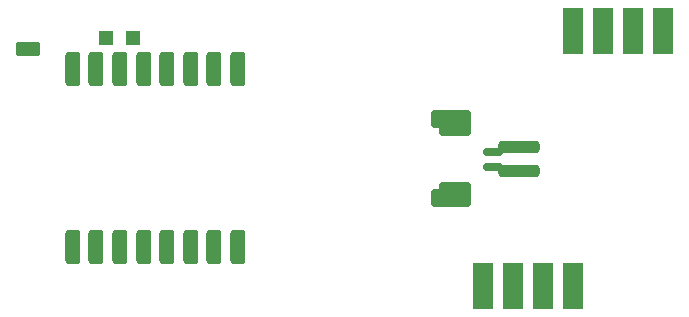
<source format=gbr>
%TF.GenerationSoftware,KiCad,Pcbnew,8.0.5*%
%TF.CreationDate,2024-11-27T13:11:34-06:00*%
%TF.ProjectId,Mini-Lora,4d696e69-2d4c-46f7-9261-2e6b69636164,rev?*%
%TF.SameCoordinates,Original*%
%TF.FileFunction,Paste,Bot*%
%TF.FilePolarity,Positive*%
%FSLAX46Y46*%
G04 Gerber Fmt 4.6, Leading zero omitted, Abs format (unit mm)*
G04 Created by KiCad (PCBNEW 8.0.5) date 2024-11-27 13:11:34*
%MOMM*%
%LPD*%
G01*
G04 APERTURE LIST*
G04 Aperture macros list*
%AMRoundRect*
0 Rectangle with rounded corners*
0 $1 Rounding radius*
0 $2 $3 $4 $5 $6 $7 $8 $9 X,Y pos of 4 corners*
0 Add a 4 corners polygon primitive as box body*
4,1,4,$2,$3,$4,$5,$6,$7,$8,$9,$2,$3,0*
0 Add four circle primitives for the rounded corners*
1,1,$1+$1,$2,$3*
1,1,$1+$1,$4,$5*
1,1,$1+$1,$6,$7*
1,1,$1+$1,$8,$9*
0 Add four rect primitives between the rounded corners*
20,1,$1+$1,$2,$3,$4,$5,0*
20,1,$1+$1,$4,$5,$6,$7,0*
20,1,$1+$1,$6,$7,$8,$9,0*
20,1,$1+$1,$8,$9,$2,$3,0*%
G04 Aperture macros list end*
%ADD10R,1.700000X4.000000*%
%ADD11RoundRect,0.057150X0.958850X0.514350X-0.958850X0.514350X-0.958850X-0.514350X0.958850X-0.514350X0*%
%ADD12RoundRect,0.150000X0.700000X-0.150000X0.700000X0.150000X-0.700000X0.150000X-0.700000X-0.150000X0*%
%ADD13RoundRect,0.250000X1.100000X-0.250000X1.100000X0.250000X-1.100000X0.250000X-1.100000X-0.250000X0*%
%ADD14RoundRect,0.317500X0.317500X-1.157500X0.317500X1.157500X-0.317500X1.157500X-0.317500X-1.157500X0*%
%ADD15RoundRect,0.250000X1.500000X-0.250000X1.500000X0.250000X-1.500000X0.250000X-1.500000X-0.250000X0*%
%ADD16RoundRect,0.250001X1.449999X-0.499999X1.449999X0.499999X-1.449999X0.499999X-1.449999X-0.499999X0*%
%ADD17R,1.155600X1.300000*%
G04 APERTURE END LIST*
D10*
%TO.C,I2C2*%
X172020000Y-94200000D03*
X174560000Y-94200000D03*
X177100000Y-94200000D03*
X179640000Y-94200000D03*
%TD*%
%TO.C,I2C1*%
X164410000Y-115750000D03*
X166950000Y-115750000D03*
X169490000Y-115750000D03*
X172030000Y-115750000D03*
%TD*%
D11*
%TO.C,J$2*%
X125939250Y-95740000D03*
%TD*%
D12*
%TO.C,J2*%
X165250000Y-105650000D03*
X165250000Y-104400000D03*
D13*
X162050000Y-107500000D03*
X162050000Y-102550000D03*
%TD*%
D14*
%TO.C,U1*%
X143689915Y-112467894D03*
X141689915Y-112467894D03*
X139689915Y-112467894D03*
X137689915Y-112467894D03*
X135689915Y-112467894D03*
X133689915Y-112467894D03*
X131689915Y-112467894D03*
X129689915Y-112467894D03*
X129689915Y-97417894D03*
X131689915Y-97417894D03*
X133689915Y-97417894D03*
X135689915Y-97417894D03*
X137689915Y-97417894D03*
X139689915Y-97417894D03*
X141689915Y-97417894D03*
X143689915Y-97417894D03*
%TD*%
D15*
%TO.C,J1*%
X167450000Y-106000000D03*
X167450000Y-104000000D03*
D16*
X161700000Y-108350000D03*
X161700000Y-101650000D03*
%TD*%
D17*
%TO.C,C2*%
X132546000Y-94800000D03*
X134800000Y-94800000D03*
%TD*%
M02*

</source>
